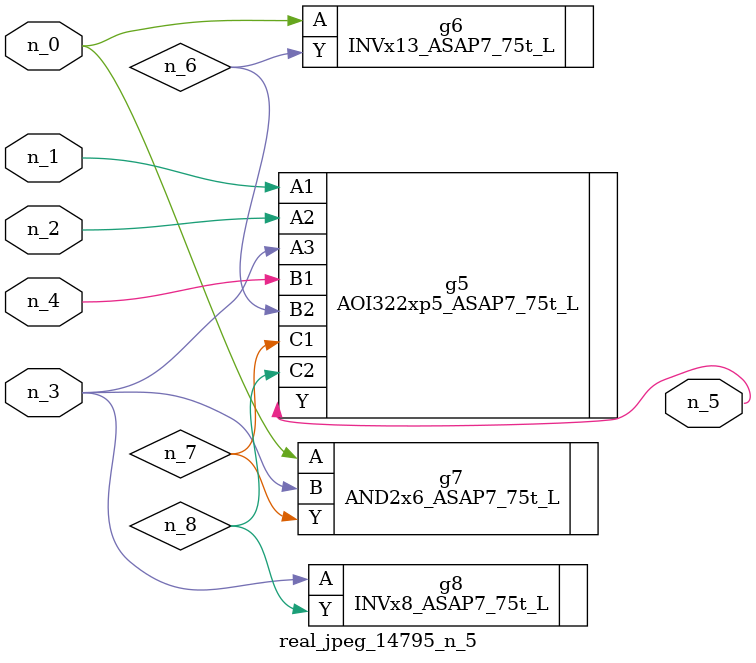
<source format=v>
module real_jpeg_14795_n_5 (n_4, n_0, n_1, n_2, n_3, n_5);

input n_4;
input n_0;
input n_1;
input n_2;
input n_3;

output n_5;

wire n_8;
wire n_6;
wire n_7;

INVx13_ASAP7_75t_L g6 ( 
.A(n_0),
.Y(n_6)
);

AND2x6_ASAP7_75t_L g7 ( 
.A(n_0),
.B(n_3),
.Y(n_7)
);

AOI322xp5_ASAP7_75t_L g5 ( 
.A1(n_1),
.A2(n_2),
.A3(n_3),
.B1(n_4),
.B2(n_6),
.C1(n_7),
.C2(n_8),
.Y(n_5)
);

INVx8_ASAP7_75t_L g8 ( 
.A(n_3),
.Y(n_8)
);


endmodule
</source>
